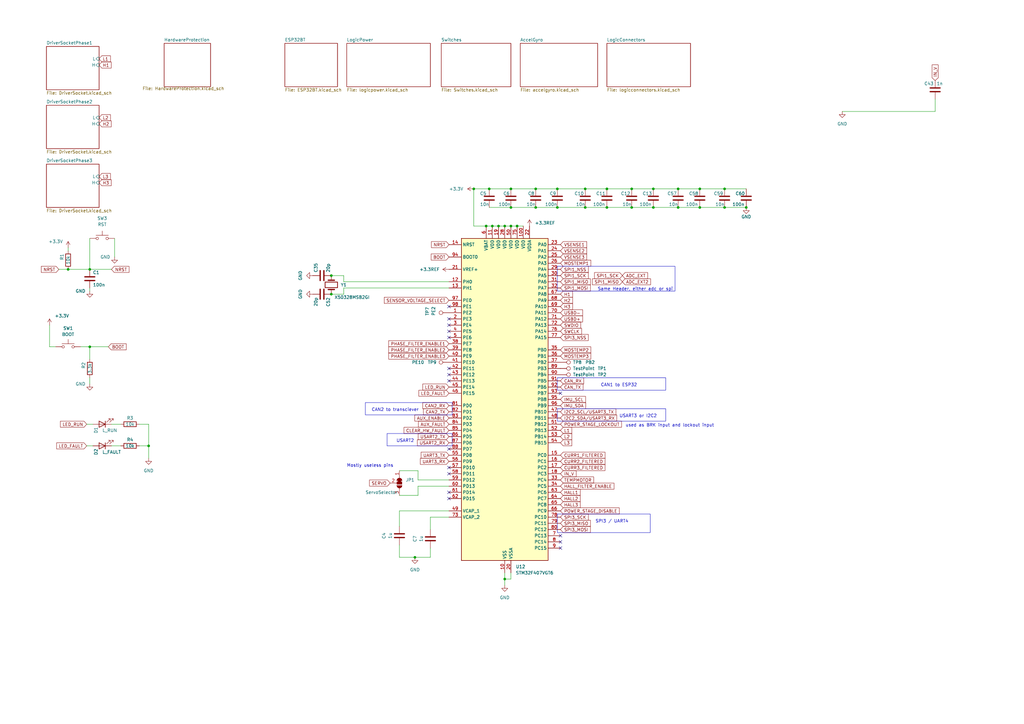
<source format=kicad_sch>
(kicad_sch (version 20230121) (generator eeschema)
  (paper "A3")
  (lib_symbols
    (symbol "Connector:TestPoint" (pin_numbers hide) (pin_names (offset 0.762) hide)
      (property "Reference" "TP" (at 0 6.858 0))
      (property "Value" "TestPoint" (at 0 5.08 0))
      (symbol "TestPoint_0_1"
        (circle (center 0 3.302) (radius 0.762))
      )
      (symbol "TestPoint_1_1"
        (pin passive line (at 0 0 90) (length 2.54) (name "1") (number "1"))
      )
    )
    (symbol "Device:C" (pin_numbers hide) (pin_names (offset 0.254))
      (property "Reference" "C" (at 0.635 2.54 0))
      (property "Value" "C" (at 0.635 -2.54 0))
      (symbol "C_0_1"
        (polyline (pts (xy -2.032 -0.762) (xy 2.032 -0.762)) (stroke (width 0.508)))
        (polyline (pts (xy -2.032 0.762) (xy 2.032 0.762)) (stroke (width 0.508)))
      )
      (symbol "C_1_1"
        (pin passive line (at 0 3.81 270) (length 2.794) (name "~") (number "1"))
        (pin passive line (at 0 -3.81 90) (length 2.794) (name "~") (number "2"))
      )
    )
    (symbol "Device:Crystal" (pin_numbers hide) (pin_names (offset 1.016) hide)
      (property "Reference" "Y" (at 0 3.81 0))
      (property "Value" "Crystal" (at 0 -3.81 0))
      (symbol "Crystal_0_1"
        (rectangle (start -1.143 2.54) (end 1.143 -2.54) (stroke (width 0.3048)))
        (polyline (pts (xy -2.54 0) (xy -1.905 0)))
        (polyline (pts (xy -1.905 -1.27) (xy -1.905 1.27)) (stroke (width 0.508)))
        (polyline (pts (xy 1.905 -1.27) (xy 1.905 1.27)) (stroke (width 0.508)))
        (polyline (pts (xy 2.54 0) (xy 1.905 0)))
      )
      (symbol "Crystal_1_1"
        (pin passive line (at -3.81 0 0) (length 1.27) (name "1") (number "1"))
        (pin passive line (at 3.81 0 180) (length 1.27) (name "2") (number "2"))
      )
    )
    (symbol "Device:LED" (pin_numbers hide) (pin_names (offset 1.016) hide)
      (property "Reference" "D" (at 0 2.54 0))
      (property "Value" "LED" (at 0 -2.54 0))
      (symbol "LED_0_1"
        (polyline (pts (xy -1.27 -1.27) (xy -1.27 1.27)) (stroke (width 0.254)))
        (polyline (pts (xy -1.27 0) (xy 1.27 0)))
        (polyline (pts (xy 1.27 -1.27) (xy 1.27 1.27) (xy -1.27 0) (xy 1.27 -1.27)) (stroke (width 0.254)))
        (polyline (pts (xy -3.048 -0.762) (xy -4.572 -2.286) (xy -3.81 -2.286) (xy -4.572 -2.286) (xy -4.572 -1.524)))
        (polyline (pts (xy -1.778 -0.762) (xy -3.302 -2.286) (xy -2.54 -2.286) (xy -3.302 -2.286) (xy -3.302 -1.524)))
      )
      (symbol "LED_1_1"
        (pin passive line (at -3.81 0 0) (length 2.54) (name "K") (number "1"))
        (pin passive line (at 3.81 0 180) (length 2.54) (name "A") (number "2"))
      )
    )
    (symbol "Device:R" (pin_numbers hide) (pin_names (offset 0))
      (property "Reference" "R" (at 2.032 0 90))
      (property "Value" "R" (at 0 0 90))
      (symbol "R_0_1"
        (rectangle (start -1.016 -2.54) (end 1.016 2.54) (stroke (width 0.254)))
      )
      (symbol "R_1_1"
        (pin passive line (at 0 3.81 270) (length 1.27) (name "~") (number "1"))
        (pin passive line (at 0 -3.81 90) (length 1.27) (name "~") (number "2"))
      )
    )
    (symbol "GigaVescSymbols:+3.3REF" (power) (pin_names (offset 0))
      (property "Value" "+3.3REF" (at 0 3.556 0))
      (symbol "+3.3REF_0_1"
        (polyline (pts (xy -0.762 1.27) (xy 0 2.54)))
        (polyline (pts (xy 0 0) (xy 0 2.54)))
        (polyline (pts (xy 0 2.54) (xy 0.762 1.27)))
      )
      (symbol "+3.3REF_1_1"
        (pin power_in line (at 0 0 90) (length 0) hide (name "+3.3REF") (number "1"))
      )
    )
    (symbol "Jumper:SolderJumper_3_Bridged12" (pin_names (offset 0) hide)
      (property "Reference" "JP" (at -2.54 -2.54 0))
      (property "Value" "SolderJumper_3_Bridged12" (at 0 2.794 0))
      (symbol "SolderJumper_3_Bridged12_0_1"
        (rectangle (start -1.016 0.508) (end -0.508 -0.508) (fill (type outline)))
        (arc (start -1.016 1.016) (mid -2.0276 0) (end -1.016 -1.016))
        (arc (start -1.016 1.016) (mid -2.0276 0) (end -1.016 -1.016) (fill (type outline)))
        (rectangle (start -0.508 1.016) (end 0.508 -1.016) (fill (type outline)))
        (polyline (pts (xy -2.54 0) (xy -2.032 0)))
        (polyline (pts (xy -1.016 1.016) (xy -1.016 -1.016)))
        (polyline (pts (xy 0 -1.27) (xy 0 -1.016)))
        (polyline (pts (xy 1.016 1.016) (xy 1.016 -1.016)))
        (polyline (pts (xy 2.54 0) (xy 2.032 0)))
        (arc (start 1.016 -1.016) (mid 2.0276 0) (end 1.016 1.016))
        (arc (start 1.016 -1.016) (mid 2.0276 0) (end 1.016 1.016) (fill (type outline)))
      )
      (symbol "SolderJumper_3_Bridged12_1_1"
        (pin passive line (at -5.08 0 0) (length 2.54) (name "A") (number "1"))
        (pin passive line (at 0 -3.81 90) (length 2.54) (name "C") (number "2"))
        (pin passive line (at 5.08 0 180) (length 2.54) (name "B") (number "3"))
      )
    )
    (symbol "MCU_ST_STM32F4:STM32F407VGTx"
      (property "Reference" "U" (at -17.78 67.31 0))
      (property "Value" "STM32F407VGTx" (at 12.7 67.31 0))
      (symbol "STM32F407VGTx_0_1"
        (rectangle (start -17.78 -66.04) (end 17.78 66.04) (stroke (width 0.254)) (fill (type background)))
      )
      (symbol "STM32F407VGTx_1_1"
        (pin bidirectional line (at -22.86 35.56 0) (length 5.08) (name "PE2") (number "1"))
        (pin power_in line (at 0 -71.12 90) (length 5.08) (name "VSS") (number "10"))
        (pin power_in line (at 7.62 71.12 270) (length 5.08) (name "VDD") (number "100"))
        (pin power_in line (at -5.08 71.12 270) (length 5.08) (name "VDD") (number "11"))
        (pin bidirectional line (at -22.86 48.26 0) (length 5.08) (name "PH0") (number "12"))
        (pin bidirectional line (at -22.86 45.72 0) (length 5.08) (name "PH1") (number "13"))
        (pin input line (at -22.86 63.5 0) (length 5.08) (name "NRST") (number "14"))
        (pin bidirectional line (at 22.86 -22.86 180) (length 5.08) (name "PC0") (number "15"))
        (pin bidirectional line (at 22.86 -25.4 180) (length 5.08) (name "PC1") (number "16"))
        (pin bidirectional line (at 22.86 -27.94 180) (length 5.08) (name "PC2") (number "17"))
        (pin bidirectional line (at 22.86 -30.48 180) (length 5.08) (name "PC3") (number "18"))
        (pin power_in line (at -2.54 71.12 270) (length 5.08) (name "VDD") (number "19"))
        (pin bidirectional line (at -22.86 33.02 0) (length 5.08) (name "PE3") (number "2"))
        (pin power_in line (at 2.54 -71.12 90) (length 5.08) (name "VSSA") (number "20"))
        (pin input line (at -22.86 53.34 0) (length 5.08) (name "VREF+") (number "21"))
        (pin power_in line (at 10.16 71.12 270) (length 5.08) (name "VDDA") (number "22"))
        (pin bidirectional line (at 22.86 63.5 180) (length 5.08) (name "PA0") (number "23"))
        (pin bidirectional line (at 22.86 60.96 180) (length 5.08) (name "PA1") (number "24"))
        (pin bidirectional line (at 22.86 58.42 180) (length 5.08) (name "PA2") (number "25"))
        (pin bidirectional line (at 22.86 55.88 180) (length 5.08) (name "PA3") (number "26"))
        (pin passive line (at 0 -71.12 90) (length 5.08) hide (name "VSS") (number "27"))
        (pin power_in line (at 0 71.12 270) (length 5.08) (name "VDD") (number "28"))
        (pin bidirectional line (at 22.86 53.34 180) (length 5.08) (name "PA4") (number "29"))
        (pin bidirectional line (at -22.86 30.48 0) (length 5.08) (name "PE4") (number "3"))
        (pin bidirectional line (at 22.86 50.8 180) (length 5.08) (name "PA5") (number "30"))
        (pin bidirectional line (at 22.86 48.26 180) (length 5.08) (name "PA6") (number "31"))
        (pin bidirectional line (at 22.86 45.72 180) (length 5.08) (name "PA7") (number "32"))
        (pin bidirectional line (at 22.86 -33.02 180) (length 5.08) (name "PC4") (number "33"))
        (pin bidirectional line (at 22.86 -35.56 180) (length 5.08) (name "PC5") (number "34"))
        (pin bidirectional line (at 22.86 20.32 180) (length 5.08) (name "PB0") (number "35"))
        (pin bidirectional line (at 22.86 17.78 180) (length 5.08) (name "PB1") (number "36"))
        (pin bidirectional line (at 22.86 15.24 180) (length 5.08) (name "PB2") (number "37"))
        (pin bidirectional line (at -22.86 22.86 0) (length 5.08) (name "PE7") (number "38"))
        (pin bidirectional line (at -22.86 20.32 0) (length 5.08) (name "PE8") (number "39"))
        (pin bidirectional line (at -22.86 27.94 0) (length 5.08) (name "PE5") (number "4"))
        (pin bidirectional line (at -22.86 17.78 0) (length 5.08) (name "PE9") (number "40"))
        (pin bidirectional line (at -22.86 15.24 0) (length 5.08) (name "PE10") (number "41"))
        (pin bidirectional line (at -22.86 12.7 0) (length 5.08) (name "PE11") (number "42"))
        (pin bidirectional line (at -22.86 10.16 0) (length 5.08) (name "PE12") (number "43"))
        (pin bidirectional line (at -22.86 7.62 0) (length 5.08) (name "PE13") (number "44"))
        (pin bidirectional line (at -22.86 5.08 0) (length 5.08) (name "PE14") (number "45"))
        (pin bidirectional line (at -22.86 2.54 0) (length 5.08) (name "PE15") (number "46"))
        (pin bidirectional line (at 22.86 -5.08 180) (length 5.08) (name "PB10") (number "47"))
        (pin bidirectional line (at 22.86 -7.62 180) (length 5.08) (name "PB11") (number "48"))
        (pin power_out line (at -22.86 -45.72 0) (length 5.08) (name "VCAP_1") (number "49"))
        (pin bidirectional line (at -22.86 25.4 0) (length 5.08) (name "PE6") (number "5"))
        (pin power_in line (at 2.54 71.12 270) (length 5.08) (name "VDD") (number "50"))
        (pin bidirectional line (at 22.86 -10.16 180) (length 5.08) (name "PB12") (number "51"))
        (pin bidirectional line (at 22.86 -12.7 180) (length 5.08) (name "PB13") (number "52"))
        (pin bidirectional line (at 22.86 -15.24 180) (length 5.08) (name "PB14") (number "53"))
        (pin bidirectional line (at 22.86 -17.78 180) (length 5.08) (name "PB15") (number "54"))
        (pin bidirectional line (at -22.86 -22.86 0) (length 5.08) (name "PD8") (number "55"))
        (pin bidirectional line (at -22.86 -25.4 0) (length 5.08) (name "PD9") (number "56"))
        (pin bidirectional line (at -22.86 -27.94 0) (length 5.08) (name "PD10") (number "57"))
        (pin bidirectional line (at -22.86 -30.48 0) (length 5.08) (name "PD11") (number "58"))
        (pin bidirectional line (at -22.86 -33.02 0) (length 5.08) (name "PD12") (number "59"))
        (pin power_in line (at -7.62 71.12 270) (length 5.08) (name "VBAT") (number "6"))
        (pin bidirectional line (at -22.86 -35.56 0) (length 5.08) (name "PD13") (number "60"))
        (pin bidirectional line (at -22.86 -38.1 0) (length 5.08) (name "PD14") (number "61"))
        (pin bidirectional line (at -22.86 -40.64 0) (length 5.08) (name "PD15") (number "62"))
        (pin bidirectional line (at 22.86 -38.1 180) (length 5.08) (name "PC6") (number "63"))
        (pin bidirectional line (at 22.86 -40.64 180) (length 5.08) (name "PC7") (number "64"))
        (pin bidirectional line (at 22.86 -43.18 180) (length 5.08) (name "PC8") (number "65"))
        (pin bidirectional line (at 22.86 -45.72 180) (length 5.08) (name "PC9") (number "66"))
        (pin bidirectional line (at 22.86 43.18 180) (length 5.08) (name "PA8") (number "67"))
        (pin bidirectional line (at 22.86 40.64 180) (length 5.08) (name "PA9") (number "68"))
        (pin bidirectional line (at 22.86 38.1 180) (length 5.08) (name "PA10") (number "69"))
        (pin bidirectional line (at 22.86 -55.88 180) (length 5.08) (name "PC13") (number "7"))
        (pin bidirectional line (at 22.86 35.56 180) (length 5.08) (name "PA11") (number "70"))
        (pin bidirectional line (at 22.86 33.02 180) (length 5.08) (name "PA12") (number "71"))
        (pin bidirectional line (at 22.86 30.48 180) (length 5.08) (name "PA13") (number "72"))
        (pin power_out line (at -22.86 -48.26 0) (length 5.08) (name "VCAP_2") (number "73"))
        (pin passive line (at 0 -71.12 90) (length 5.08) hide (name "VSS") (number "74"))
        (pin power_in line (at 5.08 71.12 270) (length 5.08) (name "VDD") (number "75"))
        (pin bidirectional line (at 22.86 27.94 180) (length 5.08) (name "PA14") (number "76"))
        (pin bidirectional line (at 22.86 25.4 180) (length 5.08) (name "PA15") (number "77"))
        (pin bidirectional line (at 22.86 -48.26 180) (length 5.08) (name "PC10") (number "78"))
        (pin bidirectional line (at 22.86 -50.8 180) (length 5.08) (name "PC11") (number "79"))
        (pin bidirectional line (at 22.86 -58.42 180) (length 5.08) (name "PC14") (number "8"))
        (pin bidirectional line (at 22.86 -53.34 180) (length 5.08) (name "PC12") (number "80"))
        (pin bidirectional line (at -22.86 -2.54 0) (length 5.08) (name "PD0") (number "81"))
        (pin bidirectional line (at -22.86 -5.08 0) (length 5.08) (name "PD1") (number "82"))
        (pin bidirectional line (at -22.86 -7.62 0) (length 5.08) (name "PD2") (number "83"))
        (pin bidirectional line (at -22.86 -10.16 0) (length 5.08) (name "PD3") (number "84"))
        (pin bidirectional line (at -22.86 -12.7 0) (length 5.08) (name "PD4") (number "85"))
        (pin bidirectional line (at -22.86 -15.24 0) (length 5.08) (name "PD5") (number "86"))
        (pin bidirectional line (at -22.86 -17.78 0) (length 5.08) (name "PD6") (number "87"))
        (pin bidirectional line (at -22.86 -20.32 0) (length 5.08) (name "PD7") (number "88"))
        (pin bidirectional line (at 22.86 12.7 180) (length 5.08) (name "PB3") (number "89"))
        (pin bidirectional line (at 22.86 -60.96 180) (length 5.08) (name "PC15") (number "9"))
        (pin bidirectional line (at 22.86 10.16 180) (length 5.08) (name "PB4") (number "90"))
        (pin bidirectional line (at 22.86 7.62 180) (length 5.08) (name "PB5") (number "91"))
        (pin bidirectional line (at 22.86 5.08 180) (length 5.08) (name "PB6") (number "92"))
        (pin bidirectional line (at 22.86 2.54 180) (length 5.08) (name "PB7") (number "93"))
        (pin input line (at -22.86 58.42 0) (length 5.08) (name "BOOT0") (number "94"))
        (pin bidirectional line (at 22.86 0 180) (length 5.08) (name "PB8") (number "95"))
        (pin bidirectional line (at 22.86 -2.54 180) (length 5.08) (name "PB9") (number "96"))
        (pin bidirectional line (at -22.86 40.64 0) (length 5.08) (name "PE0") (number "97"))
        (pin bidirectional line (at -22.86 38.1 0) (length 5.08) (name "PE1") (number "98"))
        (pin passive line (at 0 -71.12 90) (length 5.08) hide (name "VSS") (number "99"))
      )
    )
    (symbol "Switch:SW_Push" (pin_numbers hide) (pin_names (offset 1.016) hide)
      (property "Reference" "SW" (at 1.27 2.54 0))
      (property "Value" "SW_Push" (at 0 -1.524 0))
      (symbol "SW_Push_0_1"
        (circle (center -2.032 0) (radius 0.508))
        (polyline (pts (xy 0 1.27) (xy 0 3.048)))
        (polyline (pts (xy 2.54 1.27) (xy -2.54 1.27)))
        (circle (center 2.032 0) (radius 0.508))
        (pin passive line (at -5.08 0 0) (length 2.54) (name "1") (number "1"))
        (pin passive line (at 5.08 0 180) (length 2.54) (name "2") (number "2"))
      )
    )
    (symbol "power:+3.3V" (power) (pin_names (offset 0))
      (property "Value" "+3.3V" (at 0 3.556 0))
      (symbol "+3.3V_0_1"
        (polyline (pts (xy -0.762 1.27) (xy 0 2.54)))
        (polyline (pts (xy 0 0) (xy 0 2.54)))
        (polyline (pts (xy 0 2.54) (xy 0.762 1.27)))
      )
      (symbol "+3.3V_1_1"
        (pin power_in line (at 0 0 90) (length 0) hide (name "+3.3V") (number "1"))
      )
    )
    (symbol "power:GND" (power) (pin_names (offset 0))
      (property "Value" "GND" (at 0 -3.81 0))
      (symbol "GND_0_1"
        (polyline (pts (xy 0 0) (xy 0 -1.27) (xy 1.27 -1.27) (xy 0 -2.54) (xy -1.27 -1.27) (xy 0 -1.27)))
      )
      (symbol "GND_1_1"
        (pin power_in line (at 0 0 270) (length 0) hide (name "GND") (number "1"))
      )
    )
  )
  (junction (at 207.01 92.71))
  (junction (at 135.89 113.03))
  (junction (at 199.39 92.71))
  (junction (at 36.83 110.49))
  (junction (at 209.55 92.71))
  (junction (at 60.96 182.88))
  (junction (at 306.07 85.09))
  (junction (at 135.89 120.65))
  (junction (at 209.55 85.09))
  (junction (at 36.83 142.24))
  (junction (at 219.71 85.09))
  (junction (at 209.55 77.47))
  (junction (at 248.92 77.47))
  (junction (at 170.18 228.6))
  (junction (at 194.31 77.47))
  (junction (at 267.97 77.47))
  (junction (at 228.6 85.09))
  (junction (at 219.71 77.47))
  (junction (at 297.18 85.09))
  (junction (at 287.02 77.47))
  (junction (at 240.03 77.47))
  (junction (at 278.13 85.09))
  (junction (at 201.93 92.71))
  (junction (at 267.97 85.09))
  (junction (at 259.08 85.09))
  (junction (at 259.08 77.47))
  (junction (at 212.09 92.71))
  (junction (at 27.94 110.49))
  (junction (at 228.6 77.47))
  (junction (at 297.18 77.47))
  (junction (at 207.01 237.49))
  (junction (at 287.02 85.09))
  (junction (at 240.03 85.09))
  (junction (at 200.66 77.47))
  (junction (at 248.92 85.09))
  (junction (at 278.13 77.47))
  (junction (at 204.47 92.71))
  (no_connect (at 184.15 156.21))
  (no_connect (at 184.15 125.73))
  (no_connect (at 184.15 130.81))
  (no_connect (at 184.15 133.35))
  (no_connect (at 184.15 204.47))
  (no_connect (at 184.15 135.89))
  (no_connect (at 229.87 161.29))
  (no_connect (at 184.15 138.43))
  (no_connect (at 229.87 224.79))
  (no_connect (at 184.15 184.15))
  (no_connect (at 184.15 153.67))
  (no_connect (at 184.15 151.13))
  (no_connect (at 229.87 219.71))
  (no_connect (at 184.15 191.77))
  (no_connect (at 229.87 222.25))
  (no_connect (at 184.15 194.31))
  (no_connect (at 184.15 201.93))
  (wire (pts (xy 259.08 77.47) (xy 267.97 77.47)))
  (wire (pts (xy 33.02 142.24) (xy 36.83 142.24)))
  (wire (pts (xy 259.08 85.09) (xy 267.97 85.09)))
  (wire (pts (xy 57.15 182.88) (xy 60.96 182.88)))
  (wire (pts (xy 287.02 77.47) (xy 297.18 77.47)))
  (wire (pts (xy 267.97 85.09) (xy 278.13 85.09)))
  (wire (pts (xy 163.83 223.52) (xy 163.83 228.6)))
  (wire (pts (xy 22.86 142.24) (xy 20.32 142.24)))
  (wire (pts (xy 204.47 92.71) (xy 201.93 92.71)))
  (wire (pts (xy 248.92 77.47) (xy 259.08 77.47)))
  (wire (pts (xy 36.83 154.94) (xy 36.83 157.48)))
  (wire (pts (xy 207.01 92.71) (xy 204.47 92.71)))
  (wire (pts (xy 36.83 110.49) (xy 45.72 110.49)))
  (wire (pts (xy 267.97 77.47) (xy 278.13 77.47)))
  (wire (pts (xy 184.15 212.09) (xy 176.53 212.09)))
  (wire (pts (xy 248.92 85.09) (xy 259.08 85.09)))
  (wire (pts (xy 228.6 85.09) (xy 240.03 85.09)))
  (wire (pts (xy 36.83 118.11) (xy 36.83 119.38)))
  (wire (pts (xy 212.09 92.71) (xy 209.55 92.71)))
  (wire (pts (xy 36.83 142.24) (xy 36.83 147.32)))
  (wire (pts (xy 184.15 118.11) (xy 140.97 118.11)))
  (wire (pts (xy 219.71 85.09) (xy 228.6 85.09)))
  (wire (pts (xy 209.55 77.47) (xy 219.71 77.47)))
  (wire (pts (xy 171.45 193.04) (xy 163.83 193.04)))
  (wire (pts (xy 184.15 196.85) (xy 171.45 196.85)))
  (wire (pts (xy 383.54 40.64) (xy 383.54 45.72)))
  (wire (pts (xy 45.72 182.88) (xy 49.53 182.88)))
  (wire (pts (xy 140.97 115.57) (xy 184.15 115.57)))
  (wire (pts (xy 171.45 196.85) (xy 171.45 193.04)))
  (wire (pts (xy 219.71 77.47) (xy 228.6 77.47)))
  (wire (pts (xy 194.31 92.71) (xy 199.39 92.71)))
  (wire (pts (xy 240.03 85.09) (xy 248.92 85.09)))
  (wire (pts (xy 60.96 182.88) (xy 60.96 187.96)))
  (wire (pts (xy 184.15 199.39) (xy 171.45 199.39)))
  (wire (pts (xy 207.01 237.49) (xy 207.01 240.03)))
  (wire (pts (xy 345.44 45.72) (xy 383.54 45.72)))
  (wire (pts (xy 140.97 115.57) (xy 140.97 113.03)))
  (wire (pts (xy 171.45 199.39) (xy 171.45 203.2)))
  (wire (pts (xy 278.13 85.09) (xy 287.02 85.09)))
  (wire (pts (xy 194.31 77.47) (xy 194.31 92.71)))
  (wire (pts (xy 176.53 224.79) (xy 176.53 228.6)))
  (wire (pts (xy 176.53 228.6) (xy 170.18 228.6)))
  (wire (pts (xy 240.03 77.47) (xy 248.92 77.47)))
  (wire (pts (xy 201.93 92.71) (xy 199.39 92.71)))
  (wire (pts (xy 140.97 120.65) (xy 135.89 120.65)))
  (wire (pts (xy 297.18 85.09) (xy 306.07 85.09)))
  (wire (pts (xy 163.83 209.55) (xy 163.83 215.9)))
  (wire (pts (xy 214.63 92.71) (xy 212.09 92.71)))
  (wire (pts (xy 36.83 97.79) (xy 36.83 110.49)))
  (wire (pts (xy 27.94 110.49) (xy 36.83 110.49)))
  (wire (pts (xy 45.72 173.99) (xy 49.53 173.99)))
  (wire (pts (xy 140.97 118.11) (xy 140.97 120.65)))
  (wire (pts (xy 38.1 182.88) (xy 35.56 182.88)))
  (wire (pts (xy 228.6 77.47) (xy 240.03 77.47)))
  (wire (pts (xy 20.32 133.35) (xy 20.32 142.24)))
  (wire (pts (xy 57.15 173.99) (xy 60.96 173.99)))
  (wire (pts (xy 297.18 77.47) (xy 306.07 77.47)))
  (wire (pts (xy 209.55 92.71) (xy 207.01 92.71)))
  (wire (pts (xy 184.15 209.55) (xy 163.83 209.55)))
  (wire (pts (xy 209.55 85.09) (xy 219.71 85.09)))
  (wire (pts (xy 209.55 234.95) (xy 209.55 237.49)))
  (wire (pts (xy 35.56 173.99) (xy 38.1 173.99)))
  (wire (pts (xy 176.53 212.09) (xy 176.53 217.17)))
  (wire (pts (xy 24.13 110.49) (xy 27.94 110.49)))
  (wire (pts (xy 278.13 77.47) (xy 287.02 77.47)))
  (wire (pts (xy 60.96 173.99) (xy 60.96 182.88)))
  (wire (pts (xy 27.94 101.6) (xy 27.94 102.87)))
  (wire (pts (xy 171.45 203.2) (xy 163.83 203.2)))
  (wire (pts (xy 287.02 85.09) (xy 297.18 85.09)))
  (wire (pts (xy 200.66 77.47) (xy 209.55 77.47)))
  (wire (pts (xy 200.66 77.47) (xy 194.31 77.47)))
  (wire (pts (xy 200.66 85.09) (xy 209.55 85.09)))
  (wire (pts (xy 36.83 142.24) (xy 44.45 142.24)))
  (wire (pts (xy 209.55 237.49) (xy 207.01 237.49)))
  (wire (pts (xy 46.99 97.79) (xy 46.99 105.41)))
  (wire (pts (xy 163.83 228.6) (xy 170.18 228.6)))
  (wire (pts (xy 135.89 113.03) (xy 140.97 113.03)))
  (wire (pts (xy 207.01 234.95) (xy 207.01 237.49)))
  (rectangle (start 228.6 167.64) (end 273.05 172.72))
  (rectangle (start 228.6 109.22) (end 276.86 119.38))
  (rectangle (start 228.6 154.94) (end 273.05 160.02))
  (rectangle (start 149.86 165.1) (end 185.42 170.18))
  (rectangle (start 228.6 210.82) (end 266.7 218.44))
  (rectangle (start 158.75 177.8) (end 185.42 182.88))
  (text "Same Header, either adc or spi" (at 245.11 119.38 0) (effects (font (size 1.27 1.27)) (justify left bottom)))
  (text "SPI3 / UART4" (at 257.81 214.63 0) (effects (font (size 1.27 1.27)) (justify right bottom)))
  (text "CAN2 to transciever" (at 152.4 168.91 0) (effects (font (size 1.27 1.27)) (justify left bottom)))
  (text "USART3 or I2C2" (at 254 171.45 0) (effects (font (size 1.27 1.27)) (justify left bottom)))
  (text "CAN1 to ESP32" (at 246.38 158.75 0) (effects (font (size 1.27 1.27)) (justify left bottom)))
  (text "USART2" (at 162.56 181.61 0) (effects (font (size 1.27 1.27)) (justify left bottom)))
  (text "used as BRK input and lockout input" (at 256.54 175.26 0) (effects (font (size 1.27 1.27)) (justify left bottom)))
  (text "Mostly useless pins" (at 142.24 191.77 0) (effects (font (size 1.27 1.27)) (justify left bottom)))
  (global_label "BOOT" (shape input) (at 184.15 105.41 180) (property "Intersheetrefs" "${INTERSHEET_REFS}" (effects hide)))
  (global_label "CAN_RX" (shape input) (at 229.87 156.21 0) (property "Intersheetrefs" "${INTERSHEET_REFS}" (effects hide)))
  (global_label "L2" (shape input) (at 40.64 48.26 0) (property "Intersheetrefs" "${INTERSHEET_REFS}" (effects hide)))
  (global_label "POWER_STAGE_LOCKOUT" (shape input) (at 229.87 173.99 0) (property "Intersheetrefs" "${INTERSHEET_REFS}" (effects hide)))
  (global_label "MOSTEMP3" (shape input) (at 229.87 146.05 0) (property "Intersheetrefs" "${INTERSHEET_REFS}" (effects hide)))
  (global_label "SPI1_MISO" (shape input) (at 229.87 115.57 0) (property "Intersheetrefs" "${INTERSHEET_REFS}" (effects hide)))
  (global_label "HALL2" (shape input) (at 229.87 204.47 0) (property "Intersheetrefs" "${INTERSHEET_REFS}" (effects hide)))
  (global_label "VSENSE3" (shape input) (at 229.87 105.41 0) (property "Intersheetrefs" "${INTERSHEET_REFS}" (effects hide)))
  (global_label "SPI3_MOSI" (shape input) (at 229.87 217.17 0) (property "Intersheetrefs" "${INTERSHEET_REFS}" (effects hide)))
  (global_label "SWCLK" (shape input) (at 229.87 135.89 0) (property "Intersheetrefs" "${INTERSHEET_REFS}" (effects hide)))
  (global_label "CURR3_FILTERED" (shape input) (at 229.87 191.77 0) (property "Intersheetrefs" "${INTERSHEET_REFS}" (effects hide)))
  (global_label "NRST" (shape input) (at 24.13 110.49 180) (property "Intersheetrefs" "${INTERSHEET_REFS}" (effects hide)))
  (global_label "MOSTEMP1" (shape input) (at 229.87 107.95 0) (property "Intersheetrefs" "${INTERSHEET_REFS}" (effects hide)))
  (global_label "SERVO" (shape input) (at 160.02 198.12 180) (property "Intersheetrefs" "${INTERSHEET_REFS}" (effects hide)))
  (global_label "VSENSE1" (shape input) (at 229.87 100.33 0) (property "Intersheetrefs" "${INTERSHEET_REFS}" (effects hide)))
  (global_label "SENSOR_VOLTAGE_SELECT" (shape input) (at 184.15 123.19 180) (property "Intersheetrefs" "${INTERSHEET_REFS}" (effects hide)))
  (global_label "PHASE_FILTER_ENABLE2" (shape input) (at 184.15 143.51 180) (property "Intersheetrefs" "${INTERSHEET_REFS}" (effects hide)))
  (global_label "AUX_FAULT" (shape input) (at 184.15 173.99 180) (property "Intersheetrefs" "${INTERSHEET_REFS}" (effects hide)))
  (global_label "USBD+" (shape input) (at 229.87 130.81 0) (property "Intersheetrefs" "${INTERSHEET_REFS}" (effects hide)))
  (global_label "PHASE_FILTER_ENABLE3" (shape input) (at 184.15 146.05 180) (property "Intersheetrefs" "${INTERSHEET_REFS}" (effects hide)))
  (global_label "L1" (shape input) (at 229.87 176.53 0) (property "Intersheetrefs" "${INTERSHEET_REFS}" (effects hide)))
  (global_label "POWER_STAGE_DISABLE" (shape input) (at 229.87 209.55 0) (property "Intersheetrefs" "${INTERSHEET_REFS}" (effects hide)))
  (global_label "CLEAR_HW_FAULT" (shape input) (at 184.15 176.53 180) (property "Intersheetrefs" "${INTERSHEET_REFS}" (effects hide)))
  (global_label "CAN2_RX" (shape input) (at 184.15 166.37 180) (property "Intersheetrefs" "${INTERSHEET_REFS}" (effects hide)))
  (global_label "LED_FAULT" (shape input) (at 35.56 182.88 180) (property "Intersheetrefs" "${INTERSHEET_REFS}" (effects hide)))
  (global_label "LED_RUN" (shape input) (at 184.15 158.75 180) (property "Intersheetrefs" "${INTERSHEET_REFS}" (effects hide)))
  (global_label "CURR1_FILTERED" (shape input) (at 229.87 186.69 0) (property "Intersheetrefs" "${INTERSHEET_REFS}" (effects hide)))
  (global_label "MOSTEMP2" (shape input) (at 229.87 143.51 0) (property "Intersheetrefs" "${INTERSHEET_REFS}" (effects hide)))
  (global_label "ADC_EXT" (shape input) (at 255.27 113.03 0) (property "Intersheetrefs" "${INTERSHEET_REFS}" (effects hide)))
  (global_label "HALL3" (shape input) (at 229.87 207.01 0) (property "Intersheetrefs" "${INTERSHEET_REFS}" (effects hide)))
  (global_label "VSENSE2" (shape input) (at 229.87 102.87 0) (property "Intersheetrefs" "${INTERSHEET_REFS}" (effects hide)))
  (global_label "SPI1_MOSI" (shape input) (at 229.87 118.11 0) (property "Intersheetrefs" "${INTERSHEET_REFS}" (effects hide)))
  (global_label "CURR2_FILTERED" (shape input) (at 229.87 189.23 0) (property "Intersheetrefs" "${INTERSHEET_REFS}" (effects hide)))
  (global_label "NRST" (shape input) (at 184.15 100.33 180) (property "Intersheetrefs" "${INTERSHEET_REFS}" (effects hide)))
  (global_label "L2" (shape input) (at 229.87 179.07 0) (property "Intersheetrefs" "${INTERSHEET_REFS}" (effects hide)))
  (global_label "PHASE_FILTER_ENABLE1" (shape input) (at 184.15 140.97 180) (property "Intersheetrefs" "${INTERSHEET_REFS}" (effects hide)))
  (global_label "SPI3_MISO" (shape input) (at 229.87 214.63 0) (property "Intersheetrefs" "${INTERSHEET_REFS}" (effects hide)))
  (global_label "H2" (shape input) (at 229.87 123.19 0) (property "Intersheetrefs" "${INTERSHEET_REFS}" (effects hide)))
  (global_label "SPI3_SCK" (shape input) (at 229.87 212.09 0) (property "Intersheetrefs" "${INTERSHEET_REFS}" (effects hide)))
  (global_label "L1" (shape input) (at 40.64 24.13 0) (property "Intersheetrefs" "${INTERSHEET_REFS}" (effects hide)))
  (global_label "SWDIO" (shape input) (at 229.87 133.35 0) (property "Intersheetrefs" "${INTERSHEET_REFS}" (effects hide)))
  (global_label "L3" (shape input) (at 229.87 181.61 0) (property "Intersheetrefs" "${INTERSHEET_REFS}" (effects hide)))
  (global_label "TEMPMOTOR" (shape input) (at 229.87 196.85 0) (property "Intersheetrefs" "${INTERSHEET_REFS}" (effects hide)))
  (global_label "UART3_TX" (shape input) (at 184.15 186.69 180) (property "Intersheetrefs" "${INTERSHEET_REFS}" (effects hide)))
  (global_label "UART3_RX" (shape input) (at 184.15 189.23 180) (property "Intersheetrefs" "${INTERSHEET_REFS}" (effects hide)))
  (global_label "H1" (shape input) (at 40.64 26.67 0) (property "Intersheetrefs" "${INTERSHEET_REFS}" (effects hide)))
  (global_label "I2C2_SCL{slash}USART3_TX" (shape input) (at 229.87 168.91 0) (property "Intersheetrefs" "${INTERSHEET_REFS}" (effects hide)))
  (global_label "BOOT" (shape input) (at 44.45 142.24 0) (property "Intersheetrefs" "${INTERSHEET_REFS}" (effects hide)))
  (global_label "SPI3_NSS" (shape input) (at 229.87 138.43 0) (property "Intersheetrefs" "${INTERSHEET_REFS}" (effects hide)))
  (global_label "CAN_TX" (shape input) (at 229.87 158.75 0) (property "Intersheetrefs" "${INTERSHEET_REFS}" (effects hide)))
  (global_label "USBD-" (shape input) (at 229.87 128.27 0) (property "Intersheetrefs" "${INTERSHEET_REFS}" (effects hide)))
  (global_label "SPI1_MISO" (shape input) (at 255.27 115.57 180) (property "Intersheetrefs" "${INTERSHEET_REFS}" (effects hide)))
  (global_label "SPI1_NSS" (shape input) (at 229.87 110.49 0) (property "Intersheetrefs" "${INTERSHEET_REFS}" (effects hide)))
  (global_label "SPI1_SCK" (shape input) (at 255.27 113.03 180) (property "Intersheetrefs" "${INTERSHEET_REFS}" (effects hide)))
  (global_label "USART2_TX" (shape input) (at 184.15 179.07 180) (property "Intersheetrefs" "${INTERSHEET_REFS}" (effects hide)))
  (global_label "L3" (shape input) (at 40.64 72.39 0) (property "Intersheetrefs" "${INTERSHEET_REFS}" (effects hide)))
  (global_label "IMU_SDA" (shape input) (at 229.87 166.37 0) (property "Intersheetrefs" "${INTERSHEET_REFS}" (effects hide)))
  (global_label "IMU_SCL" (shape input) (at 229.87 163.83 0) (property "Intersheetrefs" "${INTERSHEET_REFS}" (effects hide)))
  (global_label "SPI1_SCK" (shape input) (at 229.87 113.03 0) (property "Intersheetrefs" "${INTERSHEET_REFS}" (effects hide)))
  (global_label "H3" (shape input) (at 40.64 74.93 0) (property "Intersheetrefs" "${INTERSHEET_REFS}" (effects hide)))
  (global_label "LED_RUN" (shape input) (at 35.56 173.99 180) (property "Intersheetrefs" "${INTERSHEET_REFS}" (effects hide)))
  (global_label "CAN2_TX" (shape input) (at 184.15 168.91 180) (property "Intersheetrefs" "${INTERSHEET_REFS}" (effects hide)))
  (global_label "AUX_ENABLE" (shape input) (at 184.15 171.45 180) (property "Intersheetrefs" "${INTERSHEET_REFS}" (effects hide)))
  (global_label "H2" (shape input) (at 40.64 50.8 0) (property "Intersheetrefs" "${INTERSHEET_REFS}" (effects hide)))
  (global_label "LED_FAULT" (shape input) (at 184.15 161.29 180) (property "Intersheetrefs" "${INTERSHEET_REFS}" (effects hide)))
  (global_label "NRST" (shape input) (at 45.72 110.49 0) (property "Intersheetrefs" "${INTERSHEET_REFS}" (effects hide)))
  (global_label "H3" (shape input) (at 229.87 125.73 0) (property "Intersheetrefs" "${INTERSHEET_REFS}" (effects hide)))
  (global_label "I2C2_SDA{slash}USART3_RX" (shape input) (at 229.87 171.45 0) (property "Intersheetrefs" "${INTERSHEET_REFS}" (effects hide)))
  (global_label "HALL1" (shape input) (at 229.87 201.93 0) (property "Intersheetrefs" "${INTERSHEET_REFS}" (effects hide)))
  (global_label "H1" (shape input) (at 229.87 120.65 0) (property "Intersheetrefs" "${INTERSHEET_REFS}" (effects hide)))
  (global_label "USART2_RX" (shape input) (at 184.15 181.61 180) (property "Intersheetrefs" "${INTERSHEET_REFS}" (effects hide)))
  (global_label "ADC_EXT2" (shape input) (at 255.27 115.57 0) (property "Intersheetrefs" "${INTERSHEET_REFS}" (effects hide)))
  (global_label "IN_V" (shape input) (at 383.54 33.02 90) (property "Intersheetrefs" "${INTERSHEET_REFS}" (effects hide)))
  (global_label "IN_V" (shape input) (at 229.87 194.31 0) (property "Intersheetrefs" "${INTERSHEET_REFS}" (effects hide)))
  (global_label "HALL_FILTER_ENABLE" (shape input) (at 229.87 199.39 0) (property "Intersheetrefs" "${INTERSHEET_REFS}" (effects hide)))
  (symbol (lib_id "Jumper:SolderJumper_3_Bridged12") (at 163.83 198.12 270) (unit 1)
    (property "Reference" "JP1" (at 166.37 196.85 90) (effects (justify left)))
    (property "Value" "ServoSelector" (at 149.86 201.93 90) (effects (justify left)))
    (property "Footprint" "Jumper:SolderJumper-3_P1.3mm_Bridged2Bar12_RoundedPad1.0x1.5mm_NumberLabels" (effects hide))
  )
  (symbol (lib_id "Switch:SW_Push") (at 27.94 142.24 0) (unit 1)
    (property "Reference" "SW1" (at 27.94 134.62 0))
    (property "Value" "BOOT" (at 27.94 137.16 0))
    (property "Footprint" "Button_Switch_SMD:SW_Push_1P1T_XKB_TS-1187A" (effects hide))
    (property "MPN" "C318884" (effects hide))
  )
  (symbol (lib_id "Switch:SW_Push") (at 41.91 97.79 0) (unit 1)
    (property "Reference" "SW3" (at 41.91 89.535 0))
    (property "Value" "RST" (at 41.91 92.075 0))
    (property "Footprint" "Button_Switch_SMD:SW_Push_1P1T_XKB_TS-1187A" (effects hide))
    (property "MPN" "C318884" (effects hide))
  )
  (symbol (lib_id "Device:C") (at 297.18 81.28 0) (unit 1)
    (property "Reference" "C59" (at 292.735 79.375 0) (effects (justify left)))
    (property "Value" "10n" (at 293.37 83.82 0) (effects (justify left)))
    (property "Footprint" "GigaVescLibs:C_0603_1608Metric_L" (effects hide))
    (property "MPN" "C57112" (effects hide))
  )
  (symbol (lib_id "Connector:TestPoint") (at 229.87 151.13 270) (unit 1)
    (property "Reference" "TP1" (at 245.11 151.13 90) (effects (justify left)))
    (property "Value" "TestPoint" (at 234.95 151.13 90) (effects (justify left)))
    (property "Footprint" "TestPoint:TestPoint_Pad_D1.0mm" (effects hide))
  )
  (symbol (lib_id "Device:C") (at 219.71 81.28 0) (unit 1)
    (property "Reference" "C8" (at 216.535 79.375 0) (effects (justify left)))
    (property "Value" "10n" (at 215.9 83.82 0) (effects (justify left)))
    (property "Footprint" "GigaVescLibs:C_0603_1608Metric_L" (effects hide))
    (property "MPN" "C57112" (effects hide))
  )
  (symbol (lib_id "power:GND") (at 36.83 157.48 0) (unit 1)
    (property "Reference" "#PWR04" (effects hide))
    (property "Value" "GND" (at 33.02 157.48 0))
  )
  (symbol (lib_id "Connector:TestPoint") (at 184.15 128.27 90) (unit 1)
    (property "Reference" "TP7" (at 175.26 129.54 0) (effects (justify left)))
    (property "Value" "PE2" (at 177.8 129.54 0) (effects (justify left)))
    (property "Footprint" "TestPoint:TestPoint_Pad_D1.0mm" (effects hide))
  )
  (symbol (lib_id "Device:C") (at 267.97 81.28 0) (unit 1)
    (property "Reference" "C13" (at 263.525 79.375 0) (effects (justify left)))
    (property "Value" "100n" (at 262.255 83.82 0) (effects (justify left)))
    (property "Footprint" "GigaVescLibs:C_0603_1608Metric_L" (effects hide))
    (property "MPN" "C14663" (effects hide))
  )
  (symbol (lib_id "Device:C") (at 287.02 81.28 0) (unit 1)
    (property "Reference" "C58" (at 282.575 79.375 0) (effects (justify left)))
    (property "Value" "100n" (at 281.305 83.82 0) (effects (justify left)))
    (property "Footprint" "GigaVescLibs:C_0603_1608Metric_L" (effects hide))
    (property "MPN" "C14663" (effects hide))
  )
  (symbol (lib_id "Connector:TestPoint") (at 229.87 153.67 270) (unit 1)
    (property "Reference" "TP2" (at 245.11 153.67 90) (effects (justify left)))
    (property "Value" "TestPoint" (at 234.95 153.67 90) (effects (justify left)))
    (property "Footprint" "TestPoint:TestPoint_Pad_D1.0mm" (effects hide))
  )
  (symbol (lib_id "MCU_ST_STM32F4:STM32F407VGTx") (at 207.01 163.83 0) (unit 1)
    (property "Reference" "U12" (at 211.5059 232.41 0) (effects (justify left)))
    (property "Value" "STM32F407VGT6" (at 211.5059 234.95 0) (effects (justify left)))
    (property "Footprint" "Package_QFP:LQFP-100_14x14mm_P0.5mm" (effects hide))
    (property "Datasheet" "https://www.st.com/resource/en/datasheet/stm32f407vg.pdf" (effects hide))
    (property "MPN" "C12345" (effects hide))
    (property "JLCRotOffset" "-90" (effects hide))
  )
  (symbol (lib_id "Device:C") (at 209.55 81.28 0) (unit 1)
    (property "Reference" "C6" (at 206.375 79.375 0) (effects (justify left)))
    (property "Value" "100n" (at 204.47 83.82 0) (effects (justify left)))
    (property "Footprint" "GigaVescLibs:C_0603_1608Metric_L" (effects hide))
    (property "MPN" "C14663" (effects hide))
  )
  (symbol (lib_id "power:+3.3V") (at 194.31 77.47 90) (unit 1)
    (property "Reference" "#PWR08" (effects hide))
    (property "Value" "+3.3V" (at 184.15 77.47 90) (effects (justify right)))
  )
  (symbol (lib_id "GigaVescSymbols:+3.3REF") (at 184.15 110.49 90) (unit 1)
    (property "Reference" "#PWR059" (effects hide))
    (property "Value" "+3.3REF" (at 180.34 110.49 90) (effects (justify left)))
  )
  (symbol (lib_id "Device:R") (at 53.34 182.88 90) (unit 1)
    (property "Reference" "R4" (at 53.34 180.34 90))
    (property "Value" "10k" (at 53.34 182.88 90))
    (property "Footprint" "Resistor_SMD:R_0603_1608Metric" (effects hide))
    (property "MPN" "C25804" (effects hide))
  )
  (symbol (lib_id "power:GND") (at 207.01 240.03 0) (unit 1)
    (property "Reference" "#PWR011" (effects hide))
    (property "Value" "GND" (at 207.01 245.11 0))
  )
  (symbol (lib_id "Device:R") (at 27.94 106.68 0) (unit 1)
    (property "Reference" "R1" (at 25.4 105.41 90))
    (property "Value" "10k" (at 27.94 106.68 90))
    (property "Footprint" "Resistor_SMD:R_0603_1608Metric" (effects hide))
    (property "MPN" "C25804" (effects hide))
  )
  (symbol (lib_id "Connector:TestPoint") (at 229.87 148.59 270) (unit 1)
    (property "Reference" "TP8" (at 234.95 148.59 90) (effects (justify left)))
    (property "Value" "PB2" (at 240.03 148.59 90) (effects (justify left)))
    (property "Footprint" "TestPoint:TestPoint_Pad_D1.0mm" (effects hide))
  )
  (symbol (lib_id "Device:C") (at 132.08 120.65 270) (unit 1)
    (property "Reference" "C52" (at 134.62 121.92 0) (effects (justify left)))
    (property "Value" "20p" (at 129.54 121.92 0) (effects (justify left)))
    (property "Footprint" "Resistor_SMD:R_0603_1608Metric" (effects hide))
    (property "MPN" "C1648" (effects hide))
  )
  (symbol (lib_id "power:GND") (at 36.83 119.38 0) (unit 1)
    (property "Reference" "#PWR03" (effects hide))
    (property "Value" "GND" (at 33.02 119.38 0))
  )
  (symbol (lib_id "Device:C") (at 240.03 81.28 0) (unit 1)
    (property "Reference" "C10" (at 235.585 79.375 0) (effects (justify left)))
    (property "Value" "10n" (at 236.22 83.82 0) (effects (justify left)))
    (property "Footprint" "GigaVescLibs:C_0603_1608Metric_L" (effects hide))
    (property "MPN" "C57112" (effects hide))
  )
  (symbol (lib_id "power:GND") (at 306.07 85.09 0) (unit 1)
    (property "Reference" "#PWR010" (effects hide))
    (property "Value" "GND" (at 306.07 88.9 0))
  )
  (symbol (lib_id "Device:C") (at 36.83 114.3 0) (unit 1)
    (property "Reference" "C1" (at 38.1 111.76 0) (effects (justify left)))
    (property "Value" "100n" (at 38.1 116.84 0) (effects (justify left)))
    (property "Footprint" "GigaVescLibs:C_0603_1608Metric_L" (effects hide))
    (property "MPN" "C14663" (effects hide))
  )
  (symbol (lib_id "power:GND") (at 170.18 228.6 0) (unit 1)
    (property "Reference" "#PWR09" (effects hide))
    (property "Value" "GND" (at 170.18 233.68 0))
  )
  (symbol (lib_id "Device:C") (at 228.6 81.28 0) (unit 1)
    (property "Reference" "C9" (at 225.425 79.375 0) (effects (justify left)))
    (property "Value" "100n" (at 223.52 83.82 0) (effects (justify left)))
    (property "Footprint" "GigaVescLibs:C_0603_1608Metric_L" (effects hide))
    (property "MPN" "C14663" (effects hide))
  )
  (symbol (lib_id "power:GND") (at 128.27 120.65 270) (unit 1)
    (property "Reference" "#PWR087" (effects hide))
    (property "Value" "GND" (at 123.19 120.65 0))
  )
  (symbol (lib_id "Device:C") (at 306.07 81.28 0) (unit 1)
    (property "Reference" "C60" (at 301.625 79.375 0) (effects (justify left)))
    (property "Value" "100n" (at 300.355 83.82 0) (effects (justify left)))
    (property "Footprint" "GigaVescLibs:C_0603_1608Metric_L" (effects hide))
    (property "MPN" "C14663" (effects hide))
  )
  (symbol (lib_id "power:+3.3V") (at 27.94 101.6 0) (unit 1)
    (property "Reference" "#PWR02" (effects hide))
    (property "Value" "+3.3V" (at 22.86 99.06 0))
  )
  (symbol (lib_id "power:GND") (at 128.27 113.03 270) (unit 1)
    (property "Reference" "#PWR086" (effects hide))
    (property "Value" "GND" (at 123.19 113.03 0))
  )
  (symbol (lib_id "Device:LED") (at 41.91 173.99 180) (unit 1)
    (property "Reference" "D1" (at 39.37 177.8 90) (effects (justify right)))
    (property "Value" "L_RUN" (at 41.91 176.53 0) (effects (justify right)))
    (property "Footprint" "LED_SMD:LED_0603_1608Metric" (effects hide))
    (property "MPN" "C72043" (effects hide))
  )
  (symbol (lib_id "Device:C") (at 163.83 219.71 0) (unit 1)
    (property "Reference" "C4" (at 157.48 219.71 90))
    (property "Value" "1u" (at 160.02 219.71 90))
    (property "Footprint" "GigaVescLibs:C_0603_1608Metric_L" (effects hide))
    (property "MPN" "C15849" (effects hide))
  )
  (symbol (lib_id "Connector:TestPoint") (at 184.15 148.59 90) (unit 1)
    (property "Reference" "TP9" (at 179.07 148.59 90) (effects (justify left)))
    (property "Value" "PE10" (at 173.99 148.59 90) (effects (justify left)))
    (property "Footprint" "TestPoint:TestPoint_Pad_D1.0mm" (effects hide))
  )
  (symbol (lib_id "Device:C") (at 176.53 220.98 0) (unit 1)
    (property "Reference" "C7" (at 170.18 220.98 90))
    (property "Value" "1u" (at 172.72 220.98 90))
    (property "Footprint" "GigaVescLibs:C_0603_1608Metric_L" (effects hide))
    (property "MPN" "C15849" (effects hide))
  )
  (symbol (lib_id "Device:C") (at 383.54 36.83 0) (unit 1)
    (property "Reference" "C43" (at 381 34.29 0))
    (property "Value" "1n" (at 385.445 34.29 0))
    (property "Footprint" "GigaVescLibs:C_0603_1608Metric_L" (effects hide))
    (property "MPN" "C1588" (effects hide))
  )
  (symbol (lib_id "power:GND") (at 345.44 45.72 0) (unit 1)
    (property "Reference" "#PWR07" (effects hide))
    (property "Value" "GND" (at 345.44 50.8 0))
  )
  (symbol (lib_id "power:+3.3V") (at 20.32 133.35 0) (unit 1)
    (property "Reference" "#PWR01" (effects hide))
    (property "Value" "+3.3V" (at 25.4 129.54 0))
  )
  (symbol (lib_id "Device:LED") (at 41.91 182.88 180) (unit 1)
    (property "Reference" "D2" (at 39.37 186.69 90) (effects (justify right)))
    (property "Value" "L_FAULT" (at 41.91 185.42 0) (effects (justify right)))
    (property "Footprint" "LED_SMD:LED_0603_1608Metric" (effects hide))
    (property "MPN" "C2286" (effects hide))
  )
  (symbol (lib_id "Device:Crystal") (at 135.89 116.84 90) (unit 1)
    (property "Reference" "Y1" (at 139.7 116.84 90) (effects (justify right)))
    (property "Value" "X50328MSB2GI" (at 137.16 121.92 90) (effects (justify right)))
    (property "Footprint" "Crystal:Crystal_SMD_5032-2Pin_5.0x3.2mm" (effects hide))
    (property "MPN" "C115962" (effects hide))
  )
  (symbol (lib_id "Device:R") (at 36.83 151.13 0) (unit 1)
    (property "Reference" "R2" (at 34.29 149.86 90))
    (property "Value" "3.3k" (at 36.83 151.13 90))
    (property "Footprint" "Resistor_SMD:R_0603_1608Metric" (effects hide))
    (property "MPN" "C22978" (effects hide))
  )
  (symbol (lib_id "Device:R") (at 53.34 173.99 90) (unit 1)
    (property "Reference" "R3" (at 53.34 171.45 90))
    (property "Value" "10k" (at 53.34 173.99 90))
    (property "Footprint" "Resistor_SMD:R_0603_1608Metric" (effects hide))
    (property "MPN" "C25804" (effects hide))
  )
  (symbol (lib_id "Device:C") (at 259.08 81.28 0) (unit 1)
    (property "Reference" "C12" (at 254.635 79.375 0) (effects (justify left)))
    (property "Value" "10n" (at 255.27 83.82 0) (effects (justify left)))
    (property "Footprint" "GigaVescLibs:C_0603_1608Metric_L" (effects hide))
    (property "MPN" "C57112" (effects hide))
  )
  (symbol (lib_id "Device:C") (at 200.66 81.28 0) (unit 1)
    (property "Reference" "C5" (at 196.85 79.375 0) (effects (justify left)))
    (property "Value" "10n" (at 196.85 83.82 0) (effects (justify left)))
    (property "Footprint" "GigaVescLibs:C_0603_1608Metric_L" (effects hide))
    (property "MPN" "C57112" (effects hide))
  )
  (symbol (lib_id "Device:C") (at 248.92 81.28 0) (unit 1)
    (property "Reference" "C11" (at 244.475 79.375 0) (effects (justify left)))
    (property "Value" "100n" (at 243.205 83.82 0) (effects (justify left)))
    (property "Footprint" "GigaVescLibs:C_0603_1608Metric_L" (effects hide))
    (property "MPN" "C14663" (effects hide))
  )
  (symbol (lib_id "Device:C") (at 278.13 81.28 0) (unit 1)
    (property "Reference" "C57" (at 273.685 79.375 0) (effects (justify left)))
    (property "Value" "10n" (at 274.32 83.82 0) (effects (justify left)))
    (property "Footprint" "GigaVescLibs:C_0603_1608Metric_L" (effects hide))
    (property "MPN" "C57112" (effects hide))
  )
  (symbol (lib_id "Device:C") (at 132.08 113.03 90) (unit 1)
    (property "Reference" "C35" (at 129.54 111.76 0) (effects (justify left)))
    (property "Value" "20p" (at 134.62 111.76 0) (effects (justify left)))
    (property "Footprint" "Resistor_SMD:R_0603_1608Metric" (effects hide))
    (property "MPN" "C1648" (effects hide))
  )
  (symbol (lib_id "power:GND") (at 46.99 105.41 0) (unit 1)
    (property "Reference" "#PWR05" (effects hide))
    (property "Value" "GND" (at 43.18 105.41 0))
  )
  (symbol (lib_id "power:GND") (at 60.96 187.96 0) (unit 1)
    (property "Reference" "#PWR06" (effects hide))
    (property "Value" "GND" (at 60.96 193.04 0))
  )
  (symbol (lib_id "GigaVescSymbols:+3.3REF") (at 217.17 92.71 0) (unit 1)
    (property "Reference" "#PWR085" (effects hide))
    (property "Value" "+3.3REF" (at 223.52 91.44 0))
  )
  (sheet (at 180.975 17.78) (size 28.575 17.78) (stroke (width 0.1524))
    (property "Sheetname" "Switches" (at 180.975 17.0684 0) (effects (justify left bottom)))
    (property "Sheetfile" "Switches.kicad_sch" (at 180.975 36.1446 0) (effects (justify left top)))
  )
  (sheet (at 19.05 43.18) (size 21.59 17.78) (stroke (width 0.1524))
    (property "Sheetname" "DriverSocketPhase2" (at 19.05 42.4684 0) (effects (justify left bottom)))
    (property "Sheetfile" "DriverSocket.kicad_sch" (at 19.05 61.5446 0) (effects (justify left top)))
    (pin "L" input (at 40.64 48.26 0))
    (pin "H" input (at 40.64 50.8 0))
  )
  (sheet (at 213.36 17.78) (size 31.75 17.78) (stroke (width 0.1524))
    (property "Sheetname" "AccelGyro" (at 213.36 17.0684 0) (effects (justify left bottom)))
    (property "Sheetfile" "accelgyro.kicad_sch" (at 213.36 36.1446 0) (effects (justify left top)))
  )
  (sheet (at 19.05 67.31) (size 21.59 17.78) (stroke (width 0.1524))
    (property "Sheetname" "DriverSocketPhase3" (at 19.05 66.5984 0) (effects (justify left bottom)))
    (property "Sheetfile" "DriverSocket.kicad_sch" (at 19.05 85.6746 0) (effects (justify left top)))
    (pin "L" input (at 40.64 72.39 0))
    (pin "H" input (at 40.64 74.93 0))
  )
  (sheet (at 142.24 17.78) (size 34.29 17.78) (stroke (width 0.1524))
    (property "Sheetname" "LogicPower" (at 142.24 17.0684 0) (effects (justify left bottom)))
    (property "Sheetfile" "logicpower.kicad_sch" (at 142.24 36.1446 0) (effects (justify left top)))
  )
  (sheet (at 116.84 17.78) (size 21.59 17.78) (stroke (width 0.1524))
    (property "Sheetname" "ESP32BT" (at 116.84 17.0684 0) (effects (justify left bottom)))
    (property "Sheetfile" "ESP32BT.kicad_sch" (at 116.84 36.1446 0) (effects (justify left top)))
  )
  (sheet (at 67.31 17.78) (size 19.05 17.78) (stroke (width 0.1524))
    (property "Sheetname" "HardwareProtection" (at 67.31 17.0684 0) (effects (justify left bottom)))
    (property "Sheetfile" "HardwareProtection.kicad_sch" (at 58.42 35.56 0) (effects (justify left top)))
  )
  (sheet (at 19.05 19.05) (size 21.59 17.78) (stroke (width 0.1524))
    (property "Sheetname" "DriverSocketPhase1" (at 19.05 18.3384 0) (effects (justify left bottom)))
    (property "Sheetfile" "DriverSocket.kicad_sch" (at 19.05 37.4146 0) (effects (justify left top)))
    (pin "L" input (at 40.64 24.13 0))
    (pin "H" input (at 40.64 26.67 0))
  )
  (sheet (at 248.92 17.78) (size 34.29 17.78) (stroke (width 0.1524))
    (property "Sheetname" "LogicConnectors" (at 248.92 17.0684 0) (effects (justify left bottom)))
    (property "Sheetfile" "logicconnectors.kicad_sch" (at 248.92 36.1446 0) (effects (justify left top)))
  )
)
</source>
